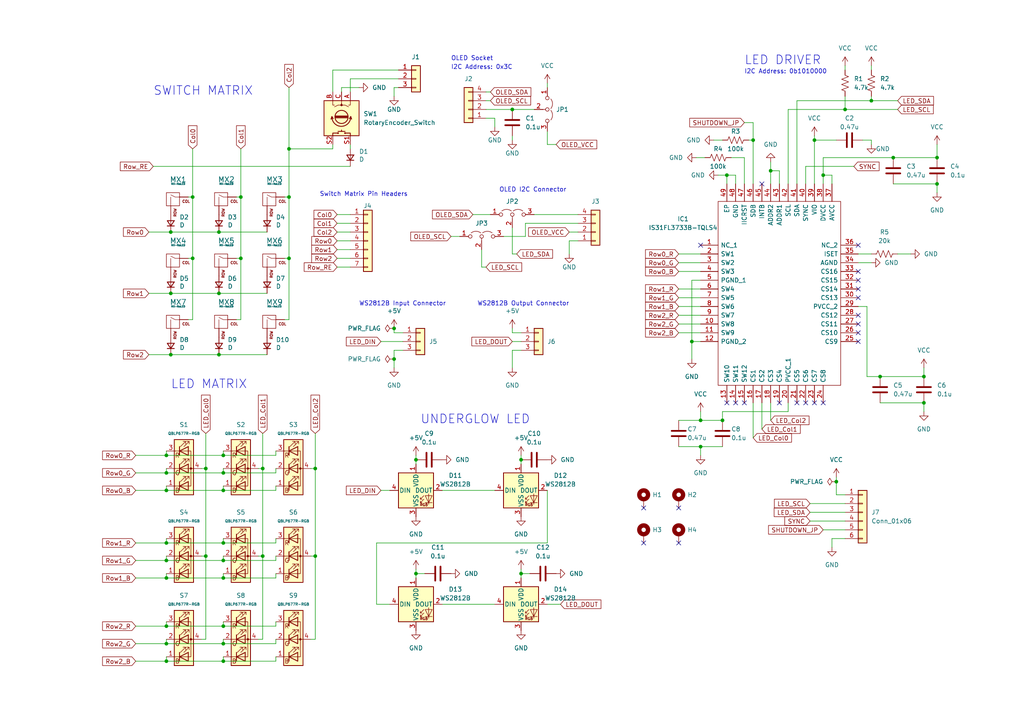
<source format=kicad_sch>
(kicad_sch (version 20211123) (generator eeschema)
  (paper "A4")
  (junction (at 59.69 135.89))
  (junction (at 63.5 85.09))
  (junction (at 55.88 74.93))
  (junction (at 271.78 53.34))
  (junction (at 64.77 162.56))
  (junction (at 91.44 135.89))
  (junction (at 64.77 137.16))
  (junction (at 255.27 109.22))
  (junction (at 200.66 99.06))
  (junction (at 83.82 57.15))
  (junction (at 64.77 186.69))
  (junction (at 63.5 102.87))
  (junction (at 64.77 157.48))
  (junction (at 76.2 161.29))
  (junction (at 238.76 50.8))
  (junction (at 48.26 186.69))
  (junction (at 64.77 191.77))
  (junction (at 203.2 129.54))
  (junction (at 64.77 167.64))
  (junction (at 83.82 43.18))
  (junction (at 83.82 74.93))
  (junction (at 48.26 191.77))
  (junction (at 203.2 121.92))
  (junction (at 114.3 95.25))
  (junction (at 49.53 85.09))
  (junction (at 69.85 57.15))
  (junction (at 64.77 132.08))
  (junction (at 48.26 157.48))
  (junction (at 91.44 161.29))
  (junction (at 114.3 104.14))
  (junction (at 209.55 121.92))
  (junction (at 148.59 31.75))
  (junction (at 210.82 50.8))
  (junction (at 267.97 116.84))
  (junction (at 55.88 57.15))
  (junction (at 48.26 137.16))
  (junction (at 48.26 142.24))
  (junction (at 218.44 40.64))
  (junction (at 63.5 67.31))
  (junction (at 236.22 40.64))
  (junction (at 120.65 133.35))
  (junction (at 49.53 67.31))
  (junction (at 64.77 142.24))
  (junction (at 245.11 31.75))
  (junction (at 120.65 166.37))
  (junction (at 271.78 45.72))
  (junction (at 76.2 135.89))
  (junction (at 151.13 133.35))
  (junction (at 252.73 29.21))
  (junction (at 64.77 181.61))
  (junction (at 151.13 166.37))
  (junction (at 48.26 162.56))
  (junction (at 59.69 161.29))
  (junction (at 48.26 167.64))
  (junction (at 242.57 139.7))
  (junction (at 259.08 45.72))
  (junction (at 69.85 74.93))
  (junction (at 48.26 181.61))
  (junction (at 223.52 49.53))
  (junction (at 49.53 102.87))
  (junction (at 48.26 132.08))
  (junction (at 267.97 109.22))
  (no_connect (at 210.82 116.84))
  (no_connect (at 248.92 71.12))
  (no_connect (at 248.92 78.74))
  (no_connect (at 215.9 116.84))
  (no_connect (at 186.69 147.32))
  (no_connect (at 196.85 147.32))
  (no_connect (at 186.69 157.48))
  (no_connect (at 196.85 157.48))
  (no_connect (at 220.98 53.34))
  (no_connect (at 226.06 116.84))
  (no_connect (at 238.76 116.84))
  (no_connect (at 233.68 116.84))
  (no_connect (at 236.22 116.84))
  (no_connect (at 231.14 116.84))
  (no_connect (at 203.2 71.12))
  (no_connect (at 213.36 116.84))
  (no_connect (at 248.92 99.06))
  (no_connect (at 248.92 91.44))
  (no_connect (at 248.92 93.98))
  (no_connect (at 248.92 96.52))
  (no_connect (at 248.92 83.82))
  (no_connect (at 248.92 86.36))
  (no_connect (at 248.92 81.28))
  (wire (pts (xy 209.55 119.38) (xy 209.55 121.92)))
  (wire (pts (xy 238.76 153.67) (xy 245.11 153.67)))
  (wire (pts (xy 80.01 181.61) (xy 80.01 180.34)))
  (wire (pts (xy 128.27 175.26) (xy 143.51 175.26)))
  (wire (pts (xy 231.14 53.34) (xy 231.14 29.21)))
  (wire (pts (xy 148.59 96.52) (xy 151.13 96.52)))
  (wire (pts (xy 48.26 167.64) (xy 64.77 167.64)))
  (wire (pts (xy 245.11 143.51) (xy 242.57 143.51)))
  (wire (pts (xy 68.58 57.15) (xy 69.85 57.15)))
  (wire (pts (xy 82.55 74.93) (xy 83.82 74.93)))
  (wire (pts (xy 115.57 20.32) (xy 96.52 20.32)))
  (wire (pts (xy 151.13 132.08) (xy 151.13 133.35)))
  (wire (pts (xy 64.77 162.56) (xy 80.01 162.56)))
  (wire (pts (xy 83.82 74.93) (xy 83.82 92.71)))
  (wire (pts (xy 64.77 161.29) (xy 64.77 162.56)))
  (wire (pts (xy 252.73 27.94) (xy 252.73 29.21)))
  (wire (pts (xy 210.82 50.8) (xy 208.28 50.8)))
  (wire (pts (xy 165.1 67.31) (xy 167.64 67.31)))
  (wire (pts (xy 251.46 88.9) (xy 251.46 109.22)))
  (wire (pts (xy 82.55 57.15) (xy 83.82 57.15)))
  (wire (pts (xy 120.65 166.37) (xy 123.19 166.37)))
  (wire (pts (xy 48.26 190.5) (xy 48.26 191.77)))
  (wire (pts (xy 271.78 41.91) (xy 271.78 45.72)))
  (wire (pts (xy 43.18 67.31) (xy 49.53 67.31)))
  (wire (pts (xy 76.2 161.29) (xy 76.2 185.42)))
  (wire (pts (xy 200.66 81.28) (xy 200.66 99.06)))
  (wire (pts (xy 238.76 45.72) (xy 259.08 45.72)))
  (wire (pts (xy 228.6 116.84) (xy 228.6 119.38)))
  (wire (pts (xy 109.22 157.48) (xy 109.22 175.26)))
  (wire (pts (xy 64.77 130.81) (xy 64.77 132.08)))
  (wire (pts (xy 64.77 190.5) (xy 64.77 191.77)))
  (wire (pts (xy 234.95 151.13) (xy 245.11 151.13)))
  (wire (pts (xy 148.59 73.66) (xy 149.86 73.66)))
  (wire (pts (xy 213.36 53.34) (xy 213.36 50.8)))
  (wire (pts (xy 201.93 45.72) (xy 204.47 45.72)))
  (wire (pts (xy 203.2 78.74) (xy 196.85 78.74)))
  (wire (pts (xy 76.2 135.89) (xy 76.2 161.29)))
  (wire (pts (xy 97.79 62.23) (xy 101.6 62.23)))
  (wire (pts (xy 54.61 74.93) (xy 55.88 74.93)))
  (wire (pts (xy 76.2 185.42) (xy 74.93 185.42)))
  (wire (pts (xy 48.26 130.81) (xy 48.26 132.08)))
  (wire (pts (xy 259.08 45.72) (xy 271.78 45.72)))
  (wire (pts (xy 148.59 31.75) (xy 154.94 31.75)))
  (wire (pts (xy 64.77 132.08) (xy 80.01 132.08)))
  (wire (pts (xy 120.65 166.37) (xy 120.65 167.64)))
  (wire (pts (xy 241.3 53.34) (xy 241.3 50.8)))
  (wire (pts (xy 143.51 34.29) (xy 143.51 36.83)))
  (wire (pts (xy 58.42 161.29) (xy 59.69 161.29)))
  (wire (pts (xy 74.93 161.29) (xy 76.2 161.29)))
  (wire (pts (xy 114.3 96.52) (xy 116.84 96.52)))
  (wire (pts (xy 69.85 74.93) (xy 69.85 92.71)))
  (wire (pts (xy 212.09 45.72) (xy 215.9 45.72)))
  (wire (pts (xy 54.61 92.71) (xy 55.88 92.71)))
  (wire (pts (xy 59.69 135.89) (xy 59.69 161.29)))
  (wire (pts (xy 69.85 57.15) (xy 69.85 74.93)))
  (wire (pts (xy 48.26 156.21) (xy 48.26 157.48)))
  (wire (pts (xy 55.88 74.93) (xy 55.88 92.71)))
  (wire (pts (xy 245.11 19.05) (xy 245.11 20.32)))
  (wire (pts (xy 48.26 137.16) (xy 64.77 137.16)))
  (wire (pts (xy 48.26 157.48) (xy 64.77 157.48)))
  (wire (pts (xy 48.26 191.77) (xy 64.77 191.77)))
  (wire (pts (xy 203.2 76.2) (xy 196.85 76.2)))
  (wire (pts (xy 148.59 40.64) (xy 148.59 39.37)))
  (wire (pts (xy 49.53 67.31) (xy 63.5 67.31)))
  (wire (pts (xy 43.18 102.87) (xy 49.53 102.87)))
  (wire (pts (xy 203.2 88.9) (xy 196.85 88.9)))
  (wire (pts (xy 80.01 157.48) (xy 80.01 156.21)))
  (wire (pts (xy 220.98 116.84) (xy 220.98 124.46)))
  (wire (pts (xy 48.26 142.24) (xy 64.77 142.24)))
  (wire (pts (xy 48.26 162.56) (xy 64.77 162.56)))
  (wire (pts (xy 97.79 67.31) (xy 101.6 67.31)))
  (wire (pts (xy 63.5 67.31) (xy 77.47 67.31)))
  (wire (pts (xy 255.27 109.22) (xy 267.97 109.22)))
  (wire (pts (xy 252.73 19.05) (xy 252.73 20.32)))
  (wire (pts (xy 90.17 161.29) (xy 91.44 161.29)))
  (wire (pts (xy 83.82 92.71) (xy 82.55 92.71)))
  (wire (pts (xy 245.11 31.75) (xy 260.35 31.75)))
  (wire (pts (xy 68.58 74.93) (xy 69.85 74.93)))
  (wire (pts (xy 97.79 77.47) (xy 101.6 77.47)))
  (wire (pts (xy 115.57 25.4) (xy 114.3 25.4)))
  (wire (pts (xy 139.7 77.47) (xy 140.97 77.47)))
  (wire (pts (xy 120.65 132.08) (xy 120.65 133.35)))
  (wire (pts (xy 259.08 53.34) (xy 271.78 53.34)))
  (wire (pts (xy 48.26 186.69) (xy 64.77 186.69)))
  (wire (pts (xy 74.93 135.89) (xy 76.2 135.89)))
  (wire (pts (xy 241.3 156.21) (xy 241.3 158.75)))
  (wire (pts (xy 55.88 43.18) (xy 55.88 57.15)))
  (wire (pts (xy 90.17 135.89) (xy 91.44 135.89)))
  (wire (pts (xy 207.01 40.64) (xy 209.55 40.64)))
  (wire (pts (xy 236.22 39.37) (xy 236.22 40.64)))
  (wire (pts (xy 151.13 165.1) (xy 151.13 166.37)))
  (wire (pts (xy 158.75 142.24) (xy 158.75 157.48)))
  (wire (pts (xy 64.77 167.64) (xy 80.01 167.64)))
  (wire (pts (xy 59.69 185.42) (xy 58.42 185.42)))
  (wire (pts (xy 109.22 175.26) (xy 113.03 175.26)))
  (wire (pts (xy 140.97 31.75) (xy 148.59 31.75)))
  (wire (pts (xy 236.22 40.64) (xy 242.57 40.64)))
  (wire (pts (xy 245.11 27.94) (xy 245.11 31.75)))
  (wire (pts (xy 158.75 157.48) (xy 109.22 157.48)))
  (wire (pts (xy 128.27 142.24) (xy 143.51 142.24)))
  (wire (pts (xy 151.13 166.37) (xy 153.67 166.37)))
  (wire (pts (xy 114.3 101.6) (xy 116.84 101.6)))
  (wire (pts (xy 97.79 72.39) (xy 101.6 72.39)))
  (wire (pts (xy 130.81 68.58) (xy 133.35 68.58)))
  (wire (pts (xy 39.37 181.61) (xy 48.26 181.61)))
  (wire (pts (xy 196.85 91.44) (xy 203.2 91.44)))
  (wire (pts (xy 203.2 83.82) (xy 196.85 83.82)))
  (wire (pts (xy 63.5 85.09) (xy 77.47 85.09)))
  (wire (pts (xy 137.16 62.23) (xy 142.24 62.23)))
  (wire (pts (xy 140.97 26.67) (xy 142.24 26.67)))
  (wire (pts (xy 91.44 161.29) (xy 91.44 185.42)))
  (wire (pts (xy 69.85 43.18) (xy 69.85 57.15)))
  (wire (pts (xy 80.01 142.24) (xy 80.01 140.97)))
  (wire (pts (xy 99.06 25.4) (xy 99.06 26.67)))
  (wire (pts (xy 114.3 25.4) (xy 114.3 27.94)))
  (wire (pts (xy 234.95 146.05) (xy 245.11 146.05)))
  (wire (pts (xy 97.79 74.93) (xy 101.6 74.93)))
  (wire (pts (xy 154.94 62.23) (xy 167.64 62.23)))
  (wire (pts (xy 104.14 25.4) (xy 99.06 25.4)))
  (wire (pts (xy 264.16 73.66) (xy 260.35 73.66)))
  (wire (pts (xy 226.06 49.53) (xy 223.52 49.53)))
  (wire (pts (xy 114.3 104.14) (xy 114.3 106.68)))
  (wire (pts (xy 83.82 25.4) (xy 83.82 43.18)))
  (wire (pts (xy 218.44 40.64) (xy 218.44 53.34)))
  (wire (pts (xy 48.26 161.29) (xy 48.26 162.56)))
  (wire (pts (xy 217.17 40.64) (xy 218.44 40.64)))
  (wire (pts (xy 39.37 167.64) (xy 48.26 167.64)))
  (wire (pts (xy 64.77 142.24) (xy 80.01 142.24)))
  (wire (pts (xy 200.66 99.06) (xy 200.66 104.14)))
  (wire (pts (xy 148.59 101.6) (xy 151.13 101.6)))
  (wire (pts (xy 196.85 96.52) (xy 203.2 96.52)))
  (wire (pts (xy 165.1 69.85) (xy 165.1 73.66)))
  (wire (pts (xy 242.57 143.51) (xy 242.57 139.7)))
  (wire (pts (xy 238.76 50.8) (xy 238.76 53.34)))
  (wire (pts (xy 248.92 88.9) (xy 251.46 88.9)))
  (wire (pts (xy 140.97 34.29) (xy 143.51 34.29)))
  (wire (pts (xy 58.42 135.89) (xy 59.69 135.89)))
  (wire (pts (xy 140.97 29.21) (xy 142.24 29.21)))
  (wire (pts (xy 96.52 43.18) (xy 83.82 43.18)))
  (wire (pts (xy 80.01 186.69) (xy 80.01 185.42)))
  (wire (pts (xy 83.82 43.18) (xy 83.82 57.15)))
  (wire (pts (xy 48.26 140.97) (xy 48.26 142.24)))
  (wire (pts (xy 158.75 41.91) (xy 161.29 41.91)))
  (wire (pts (xy 39.37 157.48) (xy 48.26 157.48)))
  (wire (pts (xy 101.6 22.86) (xy 101.6 26.67)))
  (wire (pts (xy 39.37 191.77) (xy 48.26 191.77)))
  (wire (pts (xy 80.01 191.77) (xy 80.01 190.5)))
  (wire (pts (xy 39.37 142.24) (xy 48.26 142.24)))
  (wire (pts (xy 223.52 49.53) (xy 223.52 53.34)))
  (wire (pts (xy 196.85 129.54) (xy 203.2 129.54)))
  (wire (pts (xy 139.7 72.39) (xy 139.7 77.47)))
  (wire (pts (xy 80.01 167.64) (xy 80.01 166.37)))
  (wire (pts (xy 241.3 50.8) (xy 238.76 50.8)))
  (wire (pts (xy 96.52 41.91) (xy 96.52 43.18)))
  (wire (pts (xy 223.52 46.99) (xy 223.52 49.53)))
  (wire (pts (xy 64.77 186.69) (xy 80.01 186.69)))
  (wire (pts (xy 215.9 35.56) (xy 218.44 35.56)))
  (wire (pts (xy 55.88 57.15) (xy 54.61 57.15)))
  (wire (pts (xy 63.5 102.87) (xy 77.47 102.87)))
  (wire (pts (xy 152.4 68.58) (xy 152.4 64.77)))
  (wire (pts (xy 148.59 101.6) (xy 148.59 106.68)))
  (wire (pts (xy 151.13 166.37) (xy 151.13 167.64)))
  (wire (pts (xy 39.37 137.16) (xy 48.26 137.16)))
  (wire (pts (xy 101.6 43.18) (xy 101.6 41.91)))
  (wire (pts (xy 267.97 116.84) (xy 267.97 119.38)))
  (wire (pts (xy 223.52 116.84) (xy 223.52 121.92)))
  (wire (pts (xy 167.64 69.85) (xy 165.1 69.85)))
  (wire (pts (xy 203.2 81.28) (xy 200.66 81.28)))
  (wire (pts (xy 148.59 95.25) (xy 148.59 96.52)))
  (wire (pts (xy 215.9 45.72) (xy 215.9 53.34)))
  (wire (pts (xy 64.77 137.16) (xy 80.01 137.16)))
  (wire (pts (xy 234.95 148.59) (xy 245.11 148.59)))
  (wire (pts (xy 203.2 121.92) (xy 196.85 121.92)))
  (wire (pts (xy 39.37 162.56) (xy 48.26 162.56)))
  (wire (pts (xy 69.85 92.71) (xy 68.58 92.71)))
  (wire (pts (xy 48.26 135.89) (xy 48.26 137.16)))
  (wire (pts (xy 231.14 29.21) (xy 252.73 29.21)))
  (wire (pts (xy 200.66 99.06) (xy 203.2 99.06)))
  (wire (pts (xy 242.57 139.7) (xy 242.57 138.43)))
  (wire (pts (xy 213.36 50.8) (xy 210.82 50.8)))
  (wire (pts (xy 80.01 137.16) (xy 80.01 135.89)))
  (wire (pts (xy 148.59 66.04) (xy 148.59 73.66)))
  (wire (pts (xy 97.79 69.85) (xy 101.6 69.85)))
  (wire (pts (xy 233.68 48.26) (xy 247.65 48.26)))
  (wire (pts (xy 48.26 132.08) (xy 64.77 132.08)))
  (wire (pts (xy 96.52 20.32) (xy 96.52 26.67)))
  (wire (pts (xy 49.53 85.09) (xy 63.5 85.09)))
  (wire (pts (xy 80.01 162.56) (xy 80.01 161.29)))
  (wire (pts (xy 83.82 57.15) (xy 83.82 74.93)))
  (wire (pts (xy 203.2 129.54) (xy 209.55 129.54)))
  (wire (pts (xy 152.4 64.77) (xy 167.64 64.77)))
  (wire (pts (xy 255.27 116.84) (xy 267.97 116.84)))
  (wire (pts (xy 252.73 40.64) (xy 252.73 41.91)))
  (wire (pts (xy 48.26 166.37) (xy 48.26 167.64)))
  (wire (pts (xy 203.2 132.08) (xy 203.2 129.54)))
  (wire (pts (xy 43.18 85.09) (xy 49.53 85.09)))
  (wire (pts (xy 44.45 48.26) (xy 101.6 48.26)))
  (wire (pts (xy 48.26 181.61) (xy 64.77 181.61)))
  (wire (pts (xy 151.13 133.35) (xy 151.13 134.62)))
  (wire (pts (xy 64.77 135.89) (xy 64.77 137.16)))
  (wire (pts (xy 146.05 68.58) (xy 152.4 68.58)))
  (wire (pts (xy 250.19 40.64) (xy 252.73 40.64)))
  (wire (pts (xy 120.65 165.1) (xy 120.65 166.37)))
  (wire (pts (xy 114.3 95.25) (xy 114.3 96.52)))
  (wire (pts (xy 64.77 181.61) (xy 80.01 181.61)))
  (wire (pts (xy 48.26 185.42) (xy 48.26 186.69)))
  (wire (pts (xy 64.77 140.97) (xy 64.77 142.24)))
  (wire (pts (xy 91.44 135.89) (xy 91.44 161.29)))
  (wire (pts (xy 64.77 156.21) (xy 64.77 157.48)))
  (wire (pts (xy 48.26 180.34) (xy 48.26 181.61)))
  (wire (pts (xy 267.97 106.68) (xy 267.97 109.22)))
  (wire (pts (xy 148.59 99.06) (xy 151.13 99.06)))
  (wire (pts (xy 236.22 40.64) (xy 236.22 53.34)))
  (wire (pts (xy 203.2 121.92) (xy 209.55 121.92)))
  (wire (pts (xy 252.73 29.21) (xy 260.35 29.21)))
  (wire (pts (xy 251.46 109.22) (xy 255.27 109.22)))
  (wire (pts (xy 115.57 22.86) (xy 101.6 22.86)))
  (wire (pts (xy 248.92 73.66) (xy 252.73 73.66)))
  (wire (pts (xy 158.75 24.13) (xy 158.75 25.4)))
  (wire (pts (xy 248.92 76.2) (xy 252.73 76.2)))
  (wire (pts (xy 110.49 142.24) (xy 113.03 142.24)))
  (wire (pts (xy 39.37 186.69) (xy 48.26 186.69)))
  (wire (pts (xy 210.82 53.34) (xy 210.82 50.8)))
  (wire (pts (xy 203.2 86.36) (xy 196.85 86.36)))
  (wire (pts (xy 228.6 31.75) (xy 245.11 31.75)))
  (wire (pts (xy 158.75 38.1) (xy 158.75 41.91)))
  (wire (pts (xy 39.37 132.08) (xy 48.26 132.08)))
  (wire (pts (xy 238.76 45.72) (xy 238.76 50.8)))
  (wire (pts (xy 64.77 166.37) (xy 64.77 167.64)))
  (wire (pts (xy 228.6 119.38) (xy 209.55 119.38)))
  (wire (pts (xy 114.3 101.6) (xy 114.3 104.14)))
  (wire (pts (xy 228.6 53.34) (xy 228.6 31.75)))
  (wire (pts (xy 120.65 133.35) (xy 120.65 134.62)))
  (wire (pts (xy 76.2 125.73) (xy 76.2 135.89)))
  (wire (pts (xy 97.79 64.77) (xy 101.6 64.77)))
  (wire (pts (xy 59.69 161.29) (xy 59.69 185.42)))
  (wire (pts (xy 162.56 175.26) (xy 158.75 175.26)))
  (wire (pts (xy 233.68 53.34) (xy 233.68 48.26)))
  (wire (pts (xy 226.06 53.34) (xy 226.06 49.53)))
  (wire (pts (xy 218.44 116.84) (xy 218.44 127)))
  (wire (pts (xy 245.11 156.21) (xy 241.3 156.21)))
  (wire (pts (xy 218.44 35.56) (xy 218.44 40.64)))
  (wire (pts (xy 196.85 93.98) (xy 203.2 93.98)))
  (wire (pts (xy 91.44 185.42) (xy 90.17 185.42)))
  (wire (pts (xy 59.69 125.73) (xy 59.69 135.89)))
  (wire (pts (xy 203.2 73.66) (xy 196.85 73.66)))
  (wire (pts (xy 203.2 119.38) (xy 203.2 121.92)))
  (wire (pts (xy 91.44 125.73) (xy 91.44 135.89)))
  (wire (pts (xy 55.88 57.15) (xy 55.88 74.93)))
  (wire (pts (xy 64.77 191.77) (xy 80.01 191.77)))
  (wire (pts (xy 64.77 185.42) (xy 64.77 186.69)))
  (wire (pts (xy 271.78 53.34) (xy 271.78 55.88)))
  (wire (pts (xy 64.77 180.34) (xy 64.77 181.61)))
  (wire (pts (xy 110.49 99.06) (xy 116.84 99.06)))
  (wire (pts (xy 80.01 132.08) (xy 80.01 130.81)))
  (wire (pts (xy 49.53 102.87) (xy 63.5 102.87)))
  (wire (pts (xy 64.77 157.48) (xy 80.01 157.48)))
  (text "OLED I2C Connector" (at 144.78 55.88 0) (effects (font (size 1.27 1.27)) (justify left bottom)))
  (text "I2C Address: 0x3C" (at 130.81 20.32 0) (effects (font (size 1.27 1.27)) (justify left bottom)))
  (text "UNDERGLOW LED" (at 121.92 123.19 0) (effects (font (size 2.54 2.54)) (justify left bottom)))
  (text "LED DRIVER" (at 215.9 19.05 0) (effects (font (size 2.54 2.54)) (justify left bottom)))
  (text "WS2812B Output Connector" (at 138.43 88.9 0) (effects (font (size 1.27 1.27)) (justify left bottom)))
  (text "I2C Address: 0b1010000" (at 215.9 21.59 0) (effects (font (size 1.27 1.27)) (justify left bottom)))
  (text "SWITCH MATRIX" (at 44.45 27.94 0) (effects (font (size 2.54 2.54)) (justify left bottom)))
  (text "WS2812B Input Connector" (at 104.14 88.9 0) (effects (font (size 1.27 1.27)) (justify left bottom)))
  (text "OLED Socket" (at 130.81 17.78 0) (effects (font (size 1.27 1.27)) (justify left bottom)))
  (text "LED MATRIX" (at 49.53 113.03 0) (effects (font (size 2.54 2.54)) (justify left bottom)))
  (text "Switch Matrix Pin Headers" (at 92.71 57.15 0) (effects (font (size 1.27 1.27)) (justify left bottom)))
  (global_label "Row2" (shape input) (at 97.79 74.93 180) (property "Intersheet References" "${INTERSHEET_REFS}" (effects hide)))
  (global_label "Col0" (shape input) (at 97.79 62.23 180) (property "Intersheet References" "${INTERSHEET_REFS}" (effects hide)))
  (global_label "Row0_R" (shape input) (at 39.37 132.08 180) (property "Intersheet References" "${INTERSHEET_REFS}" (effects hide)))
  (global_label "LED_SDA" (shape input) (at 149.86 73.66 0) (property "Intersheet References" "${INTERSHEET_REFS}" (effects hide)))
  (global_label "LED_Col0" (shape input) (at 59.69 125.73 90) (property "Intersheet References" "${INTERSHEET_REFS}" (effects hide)))
  (global_label "Row0_B" (shape input) (at 196.85 78.74 180) (property "Intersheet References" "${INTERSHEET_REFS}" (effects hide)))
  (global_label "LED_Col0" (shape input) (at 218.44 127 0) (property "Intersheet References" "${INTERSHEET_REFS}" (effects hide)))
  (global_label "LED_DIN" (shape input) (at 110.49 142.24 180) (property "Intersheet References" "${INTERSHEET_REFS}" (effects hide)))
  (global_label "Row0" (shape input) (at 97.79 69.85 180) (property "Intersheet References" "${INTERSHEET_REFS}" (effects hide)))
  (global_label "LED_DOUT" (shape input) (at 148.59 99.06 180) (property "Intersheet References" "${INTERSHEET_REFS}" (effects hide)))
  (global_label "LED_DOUT" (shape input) (at 162.56 175.26 0) (property "Intersheet References" "${INTERSHEET_REFS}" (effects hide)))
  (global_label "LED_SCL" (shape input) (at 234.95 146.05 180) (property "Intersheet References" "${INTERSHEET_REFS}" (effects hide)))
  (global_label "LED_DIN" (shape input) (at 110.49 99.06 180) (property "Intersheet References" "${INTERSHEET_REFS}" (effects hide)))
  (global_label "LED_SDA" (shape input) (at 234.95 148.59 180) (property "Intersheet References" "${INTERSHEET_REFS}" (effects hide)))
  (global_label "OLED_SDA" (shape input) (at 142.24 26.67 0) (property "Intersheet References" "${INTERSHEET_REFS}" (effects hide)))
  (global_label "Row2_G" (shape input) (at 39.37 186.69 180) (property "Intersheet References" "${INTERSHEET_REFS}" (effects hide)))
  (global_label "Col2" (shape input) (at 83.82 25.4 90) (property "Intersheet References" "${INTERSHEET_REFS}" (effects hide)))
  (global_label "OLED_VCC" (shape input) (at 165.1 67.31 180) (property "Intersheet References" "${INTERSHEET_REFS}" (effects hide)))
  (global_label "OLED_SCL" (shape input) (at 130.81 68.58 180) (property "Intersheet References" "${INTERSHEET_REFS}" (effects hide)))
  (global_label "LED_Col2" (shape input) (at 223.52 121.92 0) (property "Intersheet References" "${INTERSHEET_REFS}" (effects hide)))
  (global_label "Row0_R" (shape input) (at 196.85 73.66 180) (property "Intersheet References" "${INTERSHEET_REFS}" (effects hide)))
  (global_label "Row0" (shape input) (at 43.18 67.31 180) (property "Intersheet References" "${INTERSHEET_REFS}" (effects hide)))
  (global_label "Row1_R" (shape input) (at 196.85 83.82 180) (property "Intersheet References" "${INTERSHEET_REFS}" (effects hide)))
  (global_label "LED_Col1" (shape input) (at 220.98 124.46 0) (property "Intersheet References" "${INTERSHEET_REFS}" (effects hide)))
  (global_label "Row1_R" (shape input) (at 39.37 157.48 180) (property "Intersheet References" "${INTERSHEET_REFS}" (effects hide)))
  (global_label "Col0" (shape input) (at 55.88 43.18 90) (property "Intersheet References" "${INTERSHEET_REFS}" (effects hide)))
  (global_label "Row1_G" (shape input) (at 196.85 86.36 180) (property "Intersheet References" "${INTERSHEET_REFS}" (effects hide)))
  (global_label "Row0_G" (shape input) (at 196.85 76.2 180) (property "Intersheet References" "${INTERSHEET_REFS}" (effects hide)))
  (global_label "OLED_SCL" (shape input) (at 142.24 29.21 0) (property "Intersheet References" "${INTERSHEET_REFS}" (effects hide)))
  (global_label "Row2_B" (shape input) (at 39.37 191.77 180) (property "Intersheet References" "${INTERSHEET_REFS}" (effects hide)))
  (global_label "SHUTDOWN_JP" (shape input) (at 215.9 35.56 180) (property "Intersheet References" "${INTERSHEET_REFS}" (effects hide)))
  (global_label "Row2" (shape input) (at 43.18 102.87 180) (property "Intersheet References" "${INTERSHEET_REFS}" (effects hide)))
  (global_label "LED_Col2" (shape input) (at 91.44 125.73 90) (property "Intersheet References" "${INTERSHEET_REFS}" (effects hide)))
  (global_label "Row2_G" (shape input) (at 196.85 93.98 180) (property "Intersheet References" "${INTERSHEET_REFS}" (effects hide)))
  (global_label "OLED_VCC" (shape input) (at 161.29 41.91 0) (property "Intersheet References" "${INTERSHEET_REFS}" (effects hide)))
  (global_label "Row_RE" (shape input) (at 97.79 77.47 180) (property "Intersheet References" "${INTERSHEET_REFS}" (effects hide)))
  (global_label "Col2" (shape input) (at 97.79 67.31 180) (property "Intersheet References" "${INTERSHEET_REFS}" (effects hide)))
  (global_label "OLED_SDA" (shape input) (at 137.16 62.23 180) (property "Intersheet References" "${INTERSHEET_REFS}" (effects hide)))
  (global_label "Row1" (shape input) (at 43.18 85.09 180) (property "Intersheet References" "${INTERSHEET_REFS}" (effects hide)))
  (global_label "Row0_B" (shape input) (at 39.37 142.24 180) (property "Intersheet References" "${INTERSHEET_REFS}" (effects hide)))
  (global_label "SYNC" (shape input) (at 234.95 151.13 180) (property "Intersheet References" "${INTERSHEET_REFS}" (effects hide)))
  (global_label "Col1" (shape input) (at 97.79 64.77 180) (property "Intersheet References" "${INTERSHEET_REFS}" (effects hide)))
  (global_label "Row1" (shape input) (at 97.79 72.39 180) (property "Intersheet References" "${INTERSHEET_REFS}" (effects hide)))
  (global_label "Row2_B" (shape input) (at 196.85 96.52 180) (property "Intersheet References" "${INTERSHEET_REFS}" (effects hide)))
  (global_label "LED_SDA" (shape input) (at 260.35 29.21 0) (property "Intersheet References" "${INTERSHEET_REFS}" (effects hide)))
  (global_label "Row2_R" (shape input) (at 196.85 91.44 180) (property "Intersheet References" "${INTERSHEET_REFS}" (effects hide)))
  (global_label "Row1_B" (shape input) (at 196.85 88.9 180) (property "Intersheet References" "${INTERSHEET_REFS}" (effects hide)))
  (global_label "SHUTDOWN_JP" (shape input) (at 238.76 153.67 180) (property "Intersheet References" "${INTERSHEET_REFS}" (effects hide)))
  (global_label "Col1" (shape input) (at 69.85 43.18 90) (property "Intersheet References" "${INTERSHEET_REFS}" (effects hide)))
  (global_label "Row1_G" (shape input) (at 39.37 162.56 180) (property "Intersheet References" "${INTERSHEET_REFS}" (effects hide)))
  (global_label "Row1_B" (shape input) (at 39.37 167.64 180) (property "Intersheet References" "${INTERSHEET_REFS}" (effects hide)))
  (global_label "Row0_G" (shape input) (at 39.37 137.16 180) (property "Intersheet References" "${INTERSHEET_REFS}" (effects hide)))
  (global_label "Row2_R" (shape input) (at 39.37 181.61 180) (property "Intersheet References" "${INTERSHEET_REFS}" (effects hide)))
  (global_label "SYNC" (shape input) (at 247.65 48.26 0) (property "Intersheet References" "${INTERSHEET_REFS}" (effects hide)))
  (global_label "LED_Col1" (shape input) (at 76.2 125.73 90) (property "Intersheet References" "${INTERSHEET_REFS}" (effects hide)))
  (global_label "LED_SCL" (shape input) (at 260.35 31.75 0) (property "Intersheet References" "${INTERSHEET_REFS}" (effects hide)))
  (global_label "Row_RE" (shape input) (at 44.45 48.26 180) (property "Intersheet References" "${INTERSHEET_REFS}" (effects hide)))
  (global_label "LED_SCL" (shape input) (at 140.97 77.47 0) (property "Intersheet References" "${INTERSHEET_REFS}" (effects hide)))
  (symbol (lib_id "power:GND") (at 200.66 104.14 0) (unit 1)
    (property "Reference" "#PWR021" (effects hide))
    (property "Value" "GND" (at 200.66 109.22 0))
  )
  (symbol (lib_id "power:GND") (at 271.78 55.88 0) (unit 1)
    (property "Reference" "#PWR015" (effects hide))
    (property "Value" "GND" (at 271.78 60.96 0))
  )
  (symbol (lib_id "Device:R_US") (at 252.73 24.13 0) (unit 1)
    (property "Reference" "R2" (at 255.27 22.8599 0) (effects (justify left)))
    (property "Value" "4.7k" (at 255.27 25.3999 0) (effects (justify left)))
    (property "Footprint" "Resistor_SMD:R_0603_1608Metric_Pad0.98x0.95mm_HandSolder" (effects hide))
  )
  (symbol (lib_id "Device:D_Small") (at 77.47 100.33 90) (unit 1)
    (property "Reference" "D10" (at 80.01 98.552 90) (effects (justify right)))
    (property "Value" "D" (at 80.01 100.838 90) (effects (justify right)))
    (property "Footprint" "random-keyboard-parts:D_SOD-123-Pretty" (effects hide))
  )
  (symbol (lib_id "Device:R_US") (at 213.36 40.64 90) (unit 1)
    (property "Reference" "R3" (at 213.36 38.1 90))
    (property "Value" "100k" (at 213.36 43.18 90))
    (property "Footprint" "Resistor_SMD:R_0603_1608Metric_Pad0.98x0.95mm_HandSolder" (effects hide))
  )
  (symbol (lib_id "Connector_Generic:Conn_01x07") (at 106.68 69.85 0) (unit 1)
    (property "Reference" "J4" (at 105.41 59.69 0) (effects (justify left)))
    (property "Value" "Conn_01x07" (effects hide))
    (property "Footprint" "Connector_PinHeader_2.54mm:PinHeader_1x07_P2.54mm_Vertical" (effects hide))
  )
  (symbol (lib_id "power:GND") (at 120.65 182.88 0) (unit 1)
    (property "Reference" "#PWR040" (effects hide))
    (property "Value" "GND" (at 120.65 187.96 0))
  )
  (symbol (lib_id "Device:R_US") (at 245.11 24.13 0) (unit 1)
    (property "Reference" "R1" (at 247.65 22.8599 0) (effects (justify left)))
    (property "Value" "4.7k" (at 247.65 25.3999 0) (effects (justify left)))
    (property "Footprint" "Resistor_SMD:R_0603_1608Metric_Pad0.98x0.95mm_HandSolder" (effects hide))
  )
  (symbol (lib_id "Device:D_Small") (at 49.53 100.33 90) (unit 1)
    (property "Reference" "D8" (at 52.07 98.552 90) (effects (justify right)))
    (property "Value" "D" (at 52.07 100.838 90) (effects (justify right)))
    (property "Footprint" "random-keyboard-parts:D_SOD-123-Pretty" (effects hide))
  )
  (symbol (lib_id "Device:LED_BGRA") (at 53.34 185.42 0) (unit 1)
    (property "Reference" "S7" (at 53.34 172.72 0))
    (property "Value" "QBLP677R-RGB" (at 53.34 175.26 0) (effects (font (size 0.762 0.762))))
    (property "Footprint" "random-keyboard-parts:QBLP677R-RGB-square_cutout" (effects hide))
  )
  (symbol (lib_id "power:GND") (at 143.51 36.83 0) (unit 1)
    (property "Reference" "#PWR06" (effects hide))
    (property "Value" "GND" (at 143.51 40.64 0))
  )
  (symbol (lib_id "power:VCC") (at 267.97 106.68 0) (unit 1)
    (property "Reference" "#PWR024" (effects hide))
    (property "Value" "VCC" (at 267.97 101.6 0))
  )
  (symbol (lib_id "power:VCC") (at 245.11 19.05 0) (unit 1)
    (property "Reference" "#PWR01" (effects hide))
    (property "Value" "VCC" (at 245.11 13.97 0))
  )
  (symbol (lib_id "Device:LED_BGRA") (at 53.34 135.89 0) (unit 1)
    (property "Reference" "S1" (at 53.34 123.19 0))
    (property "Value" "QBLP677R-RGB" (at 53.34 125.73 0) (effects (font (size 0.762 0.762))))
    (property "Footprint" "random-keyboard-parts:QBLP677R-RGB-square_cutout" (effects hide))
  )
  (symbol (lib_id "power:GND") (at 264.16 73.66 90) (unit 1)
    (property "Reference" "#PWR017" (effects hide))
    (property "Value" "GND" (at 267.97 73.6599 90) (effects (justify right)))
  )
  (symbol (lib_id "Device:LED_BGRA") (at 85.09 135.89 0) (unit 1)
    (property "Reference" "S3" (at 85.09 123.19 0))
    (property "Value" "QBLP677R-RGB" (at 85.09 125.73 0) (effects (font (size 0.762 0.762))))
    (property "Footprint" "random-keyboard-parts:QBLP677R-RGB-square_cutout" (effects hide))
  )
  (symbol (lib_id "power:+5V") (at 151.13 132.08 0) (unit 1)
    (property "Reference" "#PWR028" (effects hide))
    (property "Value" "+5V" (at 151.13 127 0))
  )
  (symbol (lib_id "Device:D_Small") (at 63.5 100.33 90) (unit 1)
    (property "Reference" "D9" (at 66.04 98.552 90) (effects (justify right)))
    (property "Value" "D" (at 66.04 100.838 90) (effects (justify right)))
    (property "Footprint" "random-keyboard-parts:D_SOD-123-Pretty" (effects hide))
  )
  (symbol (lib_id "Mechanical:MountingHole_Pad") (at 196.85 154.94 0) (unit 1)
    (property "Reference" "H4" (at 199.39 153.6699 0) (effects (justify left)))
    (property "Value" "MountingHole_Pad" (effects hide))
    (property "Footprint" "MountingHole:MountingHole_2.2mm_M2_DIN965_Pad_TopBottom" (effects hide))
  )
  (symbol (lib_id "Connector_Generic:Conn_01x04") (at 135.89 31.75 180) (unit 1)
    (property "Reference" "J2" (at 135.89 22.86 0))
    (property "Value" "Conn_01x04" (effects hide))
    (property "Footprint" "Connector_PinHeader_2.54mm:PinHeader_1x04_P2.54mm_Vertical" (effects hide))
  )
  (symbol (lib_id "power:GND") (at 128.27 133.35 90) (unit 1)
    (property "Reference" "#PWR030" (effects hide))
    (property "Value" "GND" (at 132.08 133.3499 90) (effects (justify right)))
  )
  (symbol (lib_id "Device:D_Small") (at 77.47 64.77 90) (unit 1)
    (property "Reference" "D4" (at 80.01 62.992 90) (effects (justify right)))
    (property "Value" "D" (at 80.01 65.278 90) (effects (justify right)))
    (property "Footprint" "random-keyboard-parts:D_SOD-123-Pretty" (effects hide))
  )
  (symbol (lib_id "Device:LED_BGRA") (at 85.09 185.42 0) (unit 1)
    (property "Reference" "S9" (at 85.09 172.72 0))
    (property "Value" "QBLP677R-RGB" (at 85.09 175.26 0) (effects (font (size 0.762 0.762))))
    (property "Footprint" "random-keyboard-parts:QBLP677R-RGB-square_cutout" (effects hide))
  )
  (symbol (lib_id "Device:C") (at 154.94 133.35 90) (unit 1)
    (property "Reference" "C10" (at 154.94 125.73 90))
    (property "Value" "0.1u" (at 154.94 128.27 90))
    (property "Footprint" "Capacitor_SMD:C_0603_1608Metric_Pad1.08x0.95mm_HandSolder" (effects hide))
  )
  (symbol (lib_id "power:GND") (at 130.81 166.37 90) (unit 1)
    (property "Reference" "#PWR038" (effects hide))
    (property "Value" "GND" (at 134.62 166.3699 90) (effects (justify right)))
  )
  (symbol (lib_id "power:GND") (at 207.01 40.64 270) (unit 1)
    (property "Reference" "#PWR09" (effects hide))
    (property "Value" "GND" (at 203.2 40.6399 90) (effects (justify right)))
  )
  (symbol (lib_id "Device:R_US") (at 256.54 73.66 90) (unit 1)
    (property "Reference" "R5" (at 256.54 67.31 90))
    (property "Value" "20k" (at 256.54 69.85 90))
    (property "Footprint" "Resistor_SMD:R_0603_1608Metric_Pad0.98x0.95mm_HandSolder" (effects hide))
  )
  (symbol (lib_id "power:GND") (at 104.14 25.4 90) (unit 1)
    (property "Reference" "#PWR04" (effects hide))
    (property "Value" "GND" (at 107.95 25.3999 90) (effects (justify right)))
  )
  (symbol (lib_id "power:GND") (at 148.59 106.68 0) (unit 1)
    (property "Reference" "#PWR023" (effects hide))
    (property "Value" "GND" (at 148.59 111.76 0))
  )
  (symbol (lib_id "power:PWR_FLAG") (at 114.3 95.25 90) (unit 1)
    (property "Reference" "#FLG01" (effects hide))
    (property "Value" "PWR_FLAG" (at 110.49 95.2499 90) (effects (justify left)))
  )
  (symbol (lib_id "power:GND") (at 151.13 149.86 0) (unit 1)
    (property "Reference" "#PWR034" (effects hide))
    (property "Value" "GND" (at 151.13 154.94 0))
  )
  (symbol (lib_id "Device:C") (at 148.59 35.56 0) (unit 1)
    (property "Reference" "C1" (at 152.4 34.2899 0) (effects (justify left)))
    (property "Value" "0.1u" (at 152.4 36.8299 0) (effects (justify left)))
    (property "Footprint" "Capacitor_SMD:C_0603_1608Metric_Pad1.08x0.95mm_HandSolder" (effects hide))
  )
  (symbol (lib_id "power:GND") (at 201.93 45.72 270) (unit 1)
    (property "Reference" "#PWR012" (effects hide))
    (property "Value" "GND" (at 198.12 45.7199 90) (effects (justify right)))
  )
  (symbol (lib_id "power:VCC") (at 242.57 138.43 0) (unit 1)
    (property "Reference" "#PWR032" (effects hide))
    (property "Value" "VCC" (at 242.57 133.35 0))
  )
  (symbol (lib_id "Connector_Generic:Conn_01x03") (at 120.65 22.86 0) (unit 1)
    (property "Reference" "J1" (at 119.38 16.51 0) (effects (justify left)))
    (property "Value" "Conn_01x03" (effects hide))
    (property "Footprint" "Connector_PinHeader_2.54mm:PinHeader_1x03_P2.54mm_Vertical" (effects hide))
  )
  (symbol (lib_id "power:GND") (at 114.3 106.68 0) (unit 1)
    (property "Reference" "#PWR022" (effects hide))
    (property "Value" "GND" (at 114.3 111.76 0))
  )
  (symbol (lib_id "power:GND") (at 151.13 182.88 0) (unit 1)
    (property "Reference" "#PWR041" (effects hide))
    (property "Value" "GND" (at 151.13 187.96 0))
  )
  (symbol (lib_id "Jumper:Jumper_3_Open") (at 139.7 68.58 0) (unit 1)
    (property "Reference" "JP3" (at 139.7 64.77 0))
    (property "Value" "Jumper_3_Open" (effects hide))
    (property "Footprint" "Jumper:SolderJumper-3_P1.3mm_Open_RoundedPad1.0x1.5mm" (effects hide))
  )
  (symbol (lib_id "Mechanical:MountingHole_Pad") (at 186.69 144.78 0) (unit 1)
    (property "Reference" "H1" (at 189.23 143.5099 0) (effects (justify left)))
    (property "Value" "MountingHole_Pad" (effects hide))
    (property "Footprint" "MountingHole:MountingHole_2.2mm_M2_DIN965_Pad_TopBottom" (effects hide))
  )
  (symbol (lib_id "power:GND") (at 161.29 166.37 90) (unit 1)
    (property "Reference" "#PWR039" (effects hide))
    (property "Value" "GND" (at 165.1 166.3699 90) (effects (justify right)))
  )
  (symbol (lib_id "Device:C") (at 124.46 133.35 90) (unit 1)
    (property "Reference" "C9" (at 124.46 125.73 90))
    (property "Value" "0.1u" (at 124.46 128.27 90))
    (property "Footprint" "Capacitor_SMD:C_0603_1608Metric_Pad1.08x0.95mm_HandSolder" (effects hide))
  )
  (symbol (lib_id "Device:C") (at 157.48 166.37 90) (unit 1)
    (property "Reference" "C12" (at 157.48 158.75 90))
    (property "Value" "0.1u" (at 157.48 161.29 90))
    (property "Footprint" "Capacitor_SMD:C_0603_1608Metric_Pad1.08x0.95mm_HandSolder" (effects hide))
  )
  (symbol (lib_id "power:GND") (at 208.28 50.8 270) (unit 1)
    (property "Reference" "#PWR014" (effects hide))
    (property "Value" "GND" (at 204.47 50.7999 90) (effects (justify right)))
  )
  (symbol (lib_id "Device:C") (at 196.85 125.73 0) (unit 1)
    (property "Reference" "C7" (at 199.39 124.46 0) (effects (justify left)))
    (property "Value" "0.47u" (at 199.39 127 0) (effects (justify left)))
    (property "Footprint" "Capacitor_SMD:C_0603_1608Metric_Pad1.08x0.95mm_HandSolder" (effects hide))
  )
  (symbol (lib_id "Device:LED_BGRA") (at 53.34 161.29 0) (unit 1)
    (property "Reference" "S4" (at 53.34 148.59 0))
    (property "Value" "QBLP677R-RGB" (at 53.34 151.13 0) (effects (font (size 0.762 0.762))))
    (property "Footprint" "random-keyboard-parts:QBLP677R-RGB-square_cutout" (effects hide))
  )
  (symbol (lib_id "power:VCC") (at 236.22 39.37 0) (unit 1)
    (property "Reference" "#PWR07" (effects hide))
    (property "Value" "VCC" (at 236.22 34.29 0))
  )
  (symbol (lib_id "Device:C") (at 209.55 125.73 0) (unit 1)
    (property "Reference" "C8" (at 212.09 124.46 0) (effects (justify left)))
    (property "Value" "0.1u" (at 212.09 127 0) (effects (justify left)))
    (property "Footprint" "Capacitor_SMD:C_0603_1608Metric_Pad1.08x0.95mm_HandSolder" (effects hide))
  )
  (symbol (lib_id "Device:C") (at 271.78 49.53 0) (unit 1)
    (property "Reference" "C4" (at 275.59 48.2599 0) (effects (justify left)))
    (property "Value" "0.1u" (at 275.59 50.7999 0) (effects (justify left)))
    (property "Footprint" "Capacitor_SMD:C_0603_1608Metric_Pad1.08x0.95mm_HandSolder" (effects hide))
  )
  (symbol (lib_id "SamacSys_Parts:IS31FL3733B-TQLS4") (at 203.2 71.12 0) (unit 1)
    (property "Reference" "IC1" (at 198.12 63.5 0))
    (property "Value" "IS31FL3733B-TQLS4" (at 198.12 66.04 0))
    (property "Footprint" "SamacSys_Parts:QFP50P900X900X120-49N" (effects hide))
    (property "Datasheet" "https://www.lumissil.com/assets/pdf/core/IS31FL3733B_DS.pdf" (effects hide))
    (property "Description" "Integrated Silicon Solution Inc 12 16 Dot Matrix LED Drive with individual auto breath function, eTQFP-48 (9.0mm x 9.0mm)" (effects hide))
    (property "Height" "1.2" (effects hide))
    (property "Manufacturer_Name" "Lumissil" (effects hide))
    (property "Manufacturer_Part_Number" "IS31FL3733B-TQLS4" (effects hide))
    (property "Mouser Part Number" "870-IS313733B-TQLS4" (effects hide))
    (property "Mouser Price/Stock" "https://www.mouser.co.uk/ProductDetail/Lumissil/IS31FL3733B-TQLS4?qs=sPbYRqrBIVnVItISO7hRKQ%3D%3D" (effects hide))
  )
  (symbol (lib_id "power:GND") (at 158.75 133.35 90) (unit 1)
    (property "Reference" "#PWR031" (effects hide))
    (property "Value" "GND" (at 162.56 133.3499 90) (effects (justify right)))
  )
  (symbol (lib_id "MX_Alps_Hybrid:MX-NoLED") (at 78.74 93.98 0) (unit 1)
    (property "Reference" "MX9" (at 79.6256 87.63 0) (effects (font (size 1.524 1.524))))
    (property "Value" "MX-NoLED" (at 79.6256 88.9 0) (effects (font (size 0.508 0.508))))
    (property "Footprint" "MX_Hotswap:MX-Hotswap-1U" (effects hide))
  )
  (symbol (lib_id "power:VCC") (at 271.78 41.91 0) (unit 1)
    (property "Reference" "#PWR011" (effects hide))
    (property "Value" "VCC" (at 271.78 36.83 0))
  )
  (symbol (lib_id "Mechanical:MountingHole_Pad") (at 196.85 144.78 0) (unit 1)
    (property "Reference" "H2" (at 199.39 143.5099 0) (effects (justify left)))
    (property "Value" "MountingHole_Pad" (effects hide))
    (property "Footprint" "MountingHole:MountingHole_2.2mm_M2_DIN965_Pad_TopBottom" (effects hide))
  )
  (symbol (lib_id "power:VCC") (at 158.75 24.13 0) (unit 1)
    (property "Reference" "#PWR03" (effects hide))
    (property "Value" "VCC" (at 158.75 19.05 0))
  )
  (symbol (lib_id "power:GND") (at 223.52 46.99 180) (unit 1)
    (property "Reference" "#PWR013" (effects hide))
    (property "Value" "GND" (at 223.52 41.91 0))
  )
  (symbol (lib_id "power:VCC") (at 252.73 19.05 0) (unit 1)
    (property "Reference" "#PWR02" (effects hide))
    (property "Value" "VCC" (at 252.73 13.97 0))
  )
  (symbol (lib_id "power:+5V") (at 120.65 165.1 0) (unit 1)
    (property "Reference" "#PWR036" (effects hide))
    (property "Value" "+5V" (at 120.65 160.02 0))
  )
  (symbol (lib_id "Device:D_Small") (at 49.53 82.55 90) (unit 1)
    (property "Reference" "D5" (at 52.07 80.772 90) (effects (justify right)))
    (property "Value" "D" (at 52.07 83.058 90) (effects (justify right)))
    (property "Footprint" "random-keyboard-parts:D_SOD-123-Pretty" (effects hide))
  )
  (symbol (lib_id "Connector_Generic:Conn_01x03") (at 121.92 99.06 0) (unit 1)
    (property "Reference" "J5" (at 124.46 99.0599 0) (effects (justify left)))
    (property "Value" "Conn_01x03" (effects hide))
    (property "Footprint" "Connector_PinHeader_2.54mm:PinHeader_1x03_P2.54mm_Vertical" (effects hide))
  )
  (symbol (lib_id "MX_Alps_Hybrid:MX-NoLED") (at 50.8 93.98 0) (unit 1)
    (property "Reference" "MX7" (at 51.6856 87.63 0) (effects (font (size 1.524 1.524))))
    (property "Value" "MX-NoLED" (at 51.6856 88.9 0) (effects (font (size 0.508 0.508))))
    (property "Footprint" "MX_Hotswap:MX-Hotswap-1U" (effects hide))
  )
  (symbol (lib_id "Device:D_Small") (at 101.6 45.72 90) (unit 1)
    (property "Reference" "D1" (at 104.14 43.942 90) (effects (justify right)))
    (property "Value" "D" (at 104.14 46.228 90) (effects (justify right)))
    (property "Footprint" "random-keyboard-parts:D_SOD-123-Pretty" (effects hide))
  )
  (symbol (lib_id "Jumper:Jumper_3_Open") (at 148.59 62.23 0) (unit 1)
    (property "Reference" "JP2" (at 148.59 58.42 0))
    (property "Value" "Jumper_3_Open" (effects hide))
    (property "Footprint" "Jumper:SolderJumper-3_P1.3mm_Open_RoundedPad1.0x1.5mm" (effects hide))
  )
  (symbol (lib_id "LED:WS2812B") (at 120.65 175.26 0) (unit 1)
    (property "Reference" "D13" (at 132.08 170.9293 0))
    (property "Value" "WS2812B" (at 132.08 173.4693 0))
    (property "Footprint" "LED_SMD:LED_WS2812B_PLCC4_5.0x5.0mm_P3.2mm" (effects hide))
    (property "Datasheet" "https://cdn-shop.adafruit.com/datasheets/WS2812B.pdf" (effects hide))
  )
  (symbol (lib_id "Device:LED_BGRA") (at 69.85 135.89 0) (unit 1)
    (property "Reference" "S2" (at 69.85 123.19 0))
    (property "Value" "QBLP677R-RGB" (at 69.85 125.73 0) (effects (font (size 0.762 0.762))))
    (property "Footprint" "random-keyboard-parts:QBLP677R-RGB-square_cutout" (effects hide))
  )
  (symbol (lib_id "power:GND") (at 252.73 76.2 90) (unit 1)
    (property "Reference" "#PWR018" (effects hide))
    (property "Value" "GND" (at 256.54 76.1999 90) (effects (justify right)))
  )
  (symbol (lib_id "Device:LED_BGRA") (at 69.85 185.42 0) (unit 1)
    (property "Reference" "S8" (at 69.85 172.72 0))
    (property "Value" "QBLP677R-RGB" (at 69.85 175.26 0) (effects (font (size 0.762 0.762))))
    (property "Footprint" "random-keyboard-parts:QBLP677R-RGB-square_cutout" (effects hide))
  )
  (symbol (lib_id "MX_Alps_Hybrid:MX-NoLED") (at 50.8 76.2 0) (unit 1)
    (property "Reference" "MX4" (at 51.6856 69.85 0) (effects (font (size 1.524 1.524))))
    (property "Value" "MX-NoLED" (at 51.6856 71.12 0) (effects (font (size 0.508 0.508))))
    (property "Footprint" "MX_Hotswap:MX-Hotswap-1U" (effects hide))
  )
  (symbol (lib_id "MX_Alps_Hybrid:MX-NoLED") (at 64.77 76.2 0) (unit 1)
    (property "Reference" "MX5" (at 65.6556 69.85 0) (effects (font (size 1.524 1.524))))
    (property "Value" "MX-NoLED" (at 65.6556 71.12 0) (effects (font (size 0.508 0.508))))
    (property "Footprint" "MX_Hotswap:MX-Hotswap-1U" (effects hide))
  )
  (symbol (lib_id "MX_Alps_Hybrid:MX-NoLED") (at 78.74 76.2 0) (unit 1)
    (property "Reference" "MX6" (at 79.6256 69.85 0) (effects (font (size 1.524 1.524))))
    (property "Value" "MX-NoLED" (at 79.6256 71.12 0) (effects (font (size 0.508 0.508))))
    (property "Footprint" "MX_Hotswap:MX-Hotswap-1U" (effects hide))
  )
  (symbol (lib_id "power:GND") (at 120.65 149.86 0) (unit 1)
    (property "Reference" "#PWR033" (effects hide))
    (property "Value" "GND" (at 120.65 154.94 0))
  )
  (symbol (lib_id "power:GND") (at 252.73 41.91 0) (unit 1)
    (property "Reference" "#PWR010" (effects hide))
    (property "Value" "GND" (at 254 43.18 0) (effects (justify left)))
  )
  (symbol (lib_id "LED:WS2812B") (at 151.13 142.24 0) (unit 1)
    (property "Reference" "D12" (at 162.56 137.9093 0))
    (property "Value" "WS2812B" (at 162.56 140.4493 0))
    (property "Footprint" "LED_SMD:LED_WS2812B_PLCC4_5.0x5.0mm_P3.2mm" (effects hide))
    (property "Datasheet" "https://cdn-shop.adafruit.com/datasheets/WS2812B.pdf" (effects hide))
  )
  (symbol (lib_id "Connector_Generic:Conn_01x06") (at 250.19 148.59 0) (unit 1)
    (property "Reference" "J7" (at 252.73 148.5899 0) (effects (justify left)))
    (property "Value" "Conn_01x06" (at 252.73 151.1299 0) (effects (justify left)))
    (property "Footprint" "Connector_PinHeader_2.54mm:PinHeader_1x06_P2.54mm_Vertical" (effects hide))
  )
  (symbol (lib_id "power:GND") (at 114.3 27.94 0) (unit 1)
    (property "Reference" "#PWR05" (effects hide))
    (property "Value" "GND" (at 114.3 31.75 0))
  )
  (symbol (lib_id "Mechanical:MountingHole_Pad") (at 186.69 154.94 0) (unit 1)
    (property "Reference" "H3" (at 189.23 153.6699 0) (effects (justify left)))
    (property "Value" "MountingHole_Pad" (effects hide))
    (property "Footprint" "MountingHole:MountingHole_2.2mm_M2_DIN965_Pad_TopBottom" (effects hide))
  )
  (symbol (lib_id "MX_Alps_Hybrid:MX-NoLED") (at 78.74 58.42 0) (unit 1)
    (property "Reference" "MX3" (at 79.6256 52.07 0) (effects (font (size 1.524 1.524))))
    (property "Value" "MX-NoLED" (at 79.6256 53.34 0) (effects (font (size 0.508 0.508))))
    (property "Footprint" "MX_Hotswap:MX-Hotswap-1U" (effects hide))
  )
  (symbol (lib_id "MX_Alps_Hybrid:MX-NoLED") (at 50.8 58.42 0) (unit 1)
    (property "Reference" "MX1" (at 51.6856 52.07 0) (effects (font (size 1.524 1.524))))
    (property "Value" "MX-NoLED" (at 51.6856 53.34 0) (effects (font (size 0.508 0.508))))
    (property "Footprint" "MX_Hotswap:MX-Hotswap-1U" (effects hide))
  )
  (symbol (lib_id "power:GND") (at 165.1 73.66 0) (unit 1)
    (property "Reference" "#PWR016" (effects hide))
    (property "Value" "GND" (at 165.1 77.47 0))
  )
  (symbol (lib_id "power:+5V") (at 120.65 132.08 0) (unit 1)
    (property "Reference" "#PWR027" (effects hide))
    (property "Value" "+5V" (at 120.65 127 0))
  )
  (symbol (lib_id "MX_Alps_Hybrid:MX-NoLED") (at 64.77 93.98 0) (unit 1)
    (property "Reference" "MX8" (at 65.6556 87.63 0) (effects (font (size 1.524 1.524))))
    (property "Value" "MX-NoLED" (at 65.6556 88.9 0) (effects (font (size 0.508 0.508))))
    (property "Footprint" "MX_Hotswap:MX-Hotswap-1U" (effects hide))
  )
  (symbol (lib_id "Connector_Generic:Conn_01x04") (at 172.72 67.31 0) (mirror x) (unit 1)
    (property "Reference" "J3" (at 172.72 58.42 0))
    (property "Value" "Conn_01x04" (effects hide))
    (property "Footprint" "Connector_PinHeader_2.54mm:PinHeader_1x04_P2.54mm_Vertical" (effects hide))
  )
  (symbol (lib_id "Device:D_Small") (at 77.47 82.55 90) (unit 1)
    (property "Reference" "D7" (at 80.01 80.772 90) (effects (justify right)))
    (property "Value" "D" (at 80.01 83.058 90) (effects (justify right)))
    (property "Footprint" "random-keyboard-parts:D_SOD-123-Pretty" (effects hide))
  )
  (symbol (lib_id "power:VCC") (at 203.2 119.38 0) (unit 1)
    (property "Reference" "#PWR025" (effects hide))
    (property "Value" "VCC" (at 203.2 114.3 0))
  )
  (symbol (lib_id "Connector_Generic:Conn_01x03") (at 156.21 99.06 0) (unit 1)
    (property "Reference" "J6" (at 158.75 99.0599 0) (effects (justify left)))
    (property "Value" "Conn_01x03" (effects hide))
    (property "Footprint" "Connector_PinHeader_2.54mm:PinHeader_1x03_P2.54mm_Vertical" (effects hide))
  )
  (symbol (lib_id "power:+5V") (at 114.3 95.25 0) (unit 1)
    (property "Reference" "#PWR019" (effects hide))
    (property "Value" "+5V" (at 114.3 90.17 0))
  )
  (symbol (lib_id "power:GND") (at 267.97 119.38 0) (unit 1)
    (property "Reference" "#PWR026" (effects hide))
    (property "Value" "GND" (at 267.97 124.46 0))
  )
  (symbol (lib_id "power:PWR_FLAG") (at 114.3 104.14 90) (unit 1)
    (property "Reference" "#FLG02" (effects hide))
    (property "Value" "PWR_FLAG" (at 110.49 104.1399 90) (effects (justify left)))
  )
  (symbol (lib_id "power:GND") (at 241.3 158.75 0) (unit 1)
    (property "Reference" "#PWR035" (effects hide))
    (property "Value" "GND" (at 241.3 163.83 0))
  )
  (symbol (lib_id "Jumper:Jumper_3_Open") (at 158.75 31.75 270) (unit 1)
    (property "Reference" "JP1" (at 161.29 31.7499 90) (effects (justify left)))
    (property "Value" "Jumper_3_Open" (effects hide))
    (property "Footprint" "Jumper:SolderJumper-3_P1.3mm_Open_RoundedPad1.0x1.5mm" (effects hide))
  )
  (symbol (lib_id "LED:WS2812B") (at 120.65 142.24 0) (unit 1)
    (property "Reference" "D11" (at 132.08 137.9093 0))
    (property "Value" "WS2812B" (at 132.08 140.4493 0))
    (property "Footprint" "LED_SMD:LED_WS2812B_PLCC4_5.0x5.0mm_P3.2mm" (effects hide))
    (property "Datasheet" "https://cdn-shop.adafruit.com/datasheets/WS2812B.pdf" (effects hide))
  )
  (symbol (lib_id "LED:WS2812B") (at 151.13 175.26 0) (unit 1)
    (property "Reference" "D14" (at 162.56 170.9293 0))
    (property "Value" "WS2812B" (at 162.56 173.4693 0))
    (property "Footprint" "LED_SMD:LED_WS2812B_PLCC4_5.0x5.0mm_P3.2mm" (effects hide))
    (property "Datasheet" "https://cdn-shop.adafruit.com/datasheets/WS2812B.pdf" (effects hide))
  )
  (symbol (lib_id "Device:RotaryEncoder_Switch") (at 99.06 34.29 270) (unit 1)
    (property "Reference" "SW1" (at 105.41 33.0199 90) (effects (justify left)))
    (property "Value" "RotaryEncoder_Switch" (at 105.41 35.5599 90) (effects (justify left)))
    (property "Footprint" "mini-general-tweaks:RotaryEncoder_Alps_EC11E-Switch-Vertical-EDIT" (effects hide))
  )
  (symbol (lib_id "Device:C") (at 246.38 40.64 90) (unit 1)
    (property "Reference" "C2" (at 246.38 34.29 90))
    (property "Value" "0.47u" (at 246.38 36.83 90))
    (property "Footprint" "Capacitor_SMD:C_0603_1608Metric_Pad1.08x0.95mm_HandSolder" (effects hide))
  )
  (symbol (lib_id "power:+5V") (at 151.13 165.1 0) (unit 1)
    (property "Reference" "#PWR037" (effects hide))
    (property "Value" "+5V" (at 151.13 160.02 0))
  )
  (symbol (lib_id "Device:LED_BGRA") (at 85.09 161.29 0) (unit 1)
    (property "Reference" "S6" (at 85.09 148.59 0))
    (property "Value" "QBLP677R-RGB" (at 85.09 151.13 0) (effects (font (size 0.762 0.762))))
    (property "Footprint" "random-keyboard-parts:QBLP677R-RGB-square_cutout" (effects hide))
  )
  (symbol (lib_id "Device:C") (at 127 166.37 90) (unit 1)
    (property "Reference" "C11" (at 127 158.75 90))
    (property "Value" "0.1u" (at 127 161.29 90))
    (property "Footprint" "Capacitor_SMD:C_0603_1608Metric_Pad1.08x0.95mm_HandSolder" (effects hide))
  )
  (symbol (lib_id "power:PWR_FLAG") (at 242.57 139.7 90) (unit 1)
    (property "Reference" "#FLG03" (effects hide))
    (property "Value" "PWR_FLAG" (at 238.76 139.6999 90) (effects (justify left)))
  )
  (symbol (lib_id "MX_Alps_Hybrid:MX-NoLED") (at 64.77 58.42 0) (unit 1)
    (property "Reference" "MX2" (at 65.6556 52.07 0) (effects (font (size 1.524 1.524))))
    (property "Value" "MX-NoLED" (at 65.6556 53.34 0) (effects (font (size 0.508 0.508))))
    (property "Footprint" "MX_Hotswap:MX-Hotswap-1U" (effects hide))
  )
  (symbol (lib_id "Device:LED_BGRA") (at 69.85 161.29 0) (unit 1)
    (property "Reference" "S5" (at 69.85 148.59 0))
    (property "Value" "QBLP677R-RGB" (at 69.85 151.13 0) (effects (font (size 0.762 0.762))))
    (property "Footprint" "random-keyboard-parts:QBLP677R-RGB-square_cutout" (effects hide))
  )
  (symbol (lib_id "Device:C") (at 267.97 113.03 0) (unit 1)
    (property "Reference" "C6" (at 271.78 111.7599 0) (effects (justify left)))
    (property "Value" "0.1u" (at 271.78 114.2999 0) (effects (justify left)))
    (property "Footprint" "Capacitor_SMD:C_0603_1608Metric_Pad1.08x0.95mm_HandSolder" (effects hide))
  )
  (symbol (lib_id "Device:R_US") (at 208.28 45.72 90) (unit 1)
    (property "Reference" "R4" (at 208.28 43.18 90))
    (property "Value" "100k" (at 208.28 48.26 90))
    (property "Footprint" "Resistor_SMD:R_0603_1608Metric_Pad0.98x0.95mm_HandSolder" (effects hide))
  )
  (symbol (lib_id "power:GND") (at 148.59 40.64 0) (unit 1)
    (property "Reference" "#PWR08" (effects hide))
    (property "Value" "GND" (at 148.59 44.45 0))
  )
  (symbol (lib_id "Device:C") (at 259.08 49.53 0) (unit 1)
    (property "Reference" "C3" (at 262.89 48.2599 0) (effects (justify left)))
    (property "Value" "0.47u" (at 262.89 50.7999 0) (effects (justify left)))
    (property "Footprint" "Capacitor_SMD:C_0603_1608Metric_Pad1.08x0.95mm_HandSolder" (effects hide))
  )
  (symbol (lib_id "Device:C") (at 255.27 113.03 0) (unit 1)
    (property "Reference" "C5" (at 259.08 111.7599 0) (effects (justify left)))
    (property "Value" "0.47u" (at 259.08 114.2999 0) (effects (justify left)))
    (property "Footprint" "Capacitor_SMD:C_0603_1608Metric_Pad1.08x0.95mm_HandSolder" (effects hide))
  )
  (symbol (lib_id "Device:D_Small") (at 49.53 64.77 90) (unit 1)
    (property "Reference" "D2" (at 52.07 62.992 90) (effects (justify right)))
    (property "Value" "D" (at 52.07 65.278 90) (effects (justify right)))
    (property "Footprint" "random-keyboard-parts:D_SOD-123-Pretty" (effects hide))
  )
  (symbol (lib_id "power:+5V") (at 148.59 95.25 0) (unit 1)
    (property "Reference" "#PWR020" (effects hide))
    (property "Value" "+5V" (at 148.59 90.17 0))
  )
  (symbol (lib_id "power:GND") (at 203.2 132.08 0) (unit 1)
    (property "Reference" "#PWR029" (effects hide))
    (property "Value" "GND" (at 203.2 137.16 0))
  )
  (symbol (lib_id "Device:D_Small") (at 63.5 82.55 90) (unit 1)
    (property "Reference" "D6" (at 66.04 80.772 90) (effects (justify right)))
    (property "Value" "D" (at 66.04 83.058 90) (effects (justify right)))
    (property "Footprint" "random-keyboard-parts:D_SOD-123-Pretty" (effects hide))
  )
  (symbol (lib_id "Device:D_Small") (at 63.5 64.77 90) (unit 1)
    (property "Reference" "D3" (at 66.04 62.992 90) (effects (justify right)))
    (property "Value" "D" (at 66.04 65.278 90) (effects (justify right)))
    (property "Footprint" "random-keyboard-parts:D_SOD-123-Pretty" (effects hide))
  )
)
</source>
